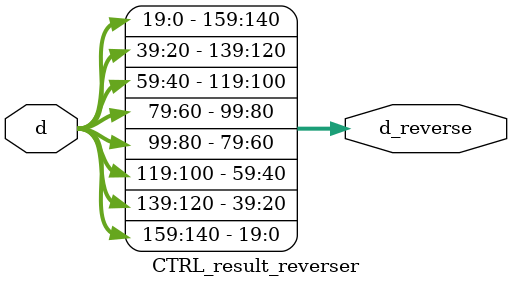
<source format=v>
module CTRL_result_reverser #(
    parameter WORDSIZE = 8*20, // 전체 비트 수
    parameter PARTIAL_SUM_BW = 20   // 역순으로 바꿀 그룹의 크기
) (
    input wire [WORDSIZE-1 : 0] d,
    output wire [WORDSIZE-1 : 0] d_reverse
);

    genvar i;
    generate
        for (i = 0; i < WORDSIZE / PARTIAL_SUM_BW; i = i + 1) begin
            // 각 20비트 그룹을 역순으로 배치
            assign d_reverse[i*PARTIAL_SUM_BW +: PARTIAL_SUM_BW] = d[(WORDSIZE - PARTIAL_SUM_BW) - i*PARTIAL_SUM_BW +: PARTIAL_SUM_BW];
        end
    endgenerate

endmodule

</source>
